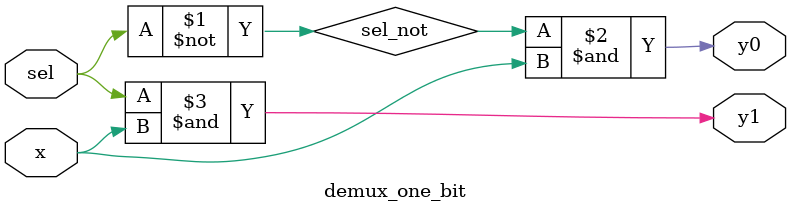
<source format=v>
module demux_one_bit(
	input x,
	input sel,
	output y0,
	output y1
	);
	
	wire sel_not;
	
	assign sel_not = ~(sel);
	assign y0 = sel_not & x;
	assign y1 = sel & x;
	
endmodule
</source>
